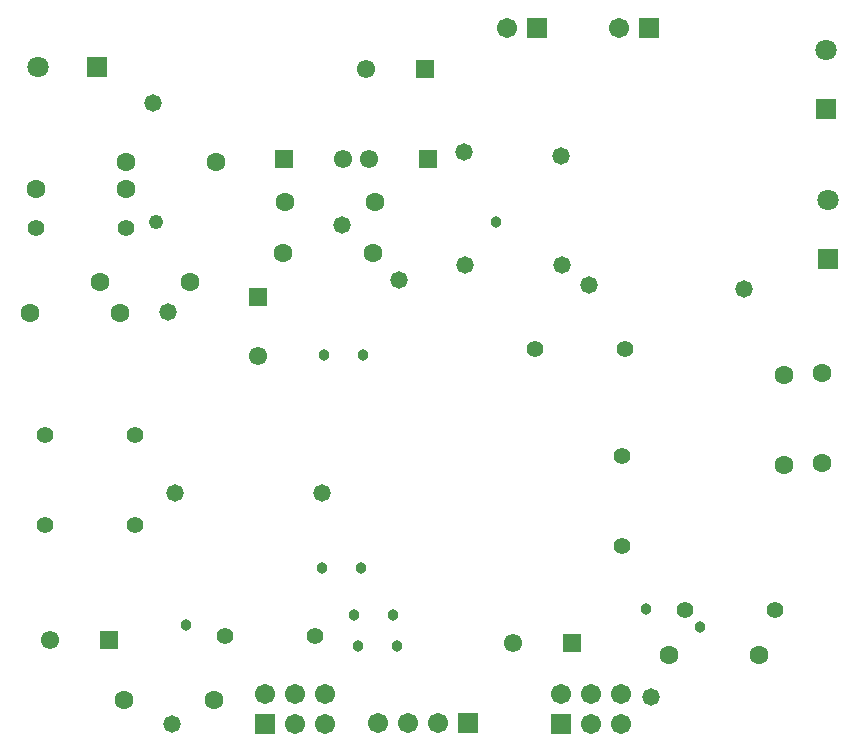
<source format=gbs>
G04*
G04 #@! TF.GenerationSoftware,Altium Limited,Altium Designer,19.1.8 (144)*
G04*
G04 Layer_Color=16711935*
%FSLAX25Y25*%
%MOIN*%
G70*
G01*
G75*
%ADD31C,0.06706*%
%ADD32R,0.06706X0.06706*%
%ADD33R,0.07099X0.07099*%
%ADD34C,0.07099*%
%ADD35C,0.06115*%
%ADD36R,0.06115X0.06115*%
%ADD37C,0.06312*%
%ADD38R,0.06115X0.06115*%
%ADD39C,0.05524*%
%ADD40R,0.07099X0.07099*%
%ADD41C,0.05800*%
%ADD42C,0.03800*%
%ADD43C,0.04800*%
D31*
X155500Y11000D02*
D03*
X165500D02*
D03*
X175500D02*
D03*
X118000Y20500D02*
D03*
X128000Y10500D02*
D03*
Y20500D02*
D03*
X138000Y10500D02*
D03*
Y20500D02*
D03*
X236000Y242500D02*
D03*
X216500Y20500D02*
D03*
X226500Y10500D02*
D03*
Y20500D02*
D03*
X236500Y10500D02*
D03*
Y20500D02*
D03*
X198500Y242500D02*
D03*
D32*
X185500Y11000D02*
D03*
X118000Y10500D02*
D03*
X246000Y242500D02*
D03*
X216500Y10500D02*
D03*
X208500Y242500D02*
D03*
D33*
X305500Y165657D02*
D03*
X305000Y215657D02*
D03*
D34*
X305500Y185343D02*
D03*
X305000Y235343D02*
D03*
X42158Y229500D02*
D03*
D35*
X152657Y199000D02*
D03*
X200658Y37500D02*
D03*
X46158Y38500D02*
D03*
X115500Y133158D02*
D03*
X151657Y229000D02*
D03*
X143842Y199000D02*
D03*
D36*
X172343D02*
D03*
X220342Y37500D02*
D03*
X65842Y38500D02*
D03*
X171343Y229000D02*
D03*
X124158Y199000D02*
D03*
D37*
X252500Y33500D02*
D03*
X282500D02*
D03*
X69500Y147500D02*
D03*
X39500D02*
D03*
X124000Y167500D02*
D03*
X154000D02*
D03*
X124500Y184500D02*
D03*
X154500D02*
D03*
X101500Y198000D02*
D03*
X71500D02*
D03*
X93000Y158000D02*
D03*
X63000D02*
D03*
X71500Y189000D02*
D03*
X41500D02*
D03*
X291000Y97000D02*
D03*
Y127000D02*
D03*
X303500Y127500D02*
D03*
Y97500D02*
D03*
X71000Y18500D02*
D03*
X101000D02*
D03*
D38*
X115500Y152842D02*
D03*
D39*
X71500Y176000D02*
D03*
X41500D02*
D03*
X238000Y135500D02*
D03*
X208000D02*
D03*
X237000Y70000D02*
D03*
Y100000D02*
D03*
X74500Y77000D02*
D03*
X44500D02*
D03*
X74500Y107000D02*
D03*
X44500D02*
D03*
X258000Y48500D02*
D03*
X288000D02*
D03*
X104500Y40000D02*
D03*
X134500D02*
D03*
D40*
X61843Y229500D02*
D03*
D41*
X246500Y19500D02*
D03*
X87000Y10500D02*
D03*
X80500Y217500D02*
D03*
X85500Y148000D02*
D03*
X143500Y177000D02*
D03*
X277500Y155500D02*
D03*
X137000Y87500D02*
D03*
X226000Y157000D02*
D03*
X184050Y201050D02*
D03*
X217000Y163500D02*
D03*
X216500Y200000D02*
D03*
X184500Y163500D02*
D03*
X162500Y158500D02*
D03*
X88000Y87500D02*
D03*
D42*
X149000Y36500D02*
D03*
X162000D02*
D03*
X147500Y47000D02*
D03*
X160500D02*
D03*
X137000Y62500D02*
D03*
X150000D02*
D03*
X150500Y133500D02*
D03*
X137500D02*
D03*
X263000Y43000D02*
D03*
X195000Y178000D02*
D03*
X91500Y43500D02*
D03*
X245000Y48874D02*
D03*
D43*
X81500Y178000D02*
D03*
M02*

</source>
